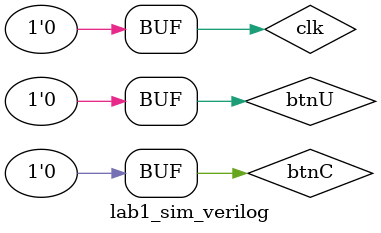
<source format=v>
`timescale 1ns / 1ps

module lab1_sim_verilog();

    reg clk, btnU, btnC;
    wire dp; 
    wire [15:0] led;	
    wire [7:0] anode;	
    wire [6:0] cathode;
    
    Top uut (.clk(clk), .btnU(btnU), .btnC(btnC), .led(led), .dp(dp), .anode(anode), .cathode(cathode));
    //Clock_Enable uut (.clk(clk), .btnU(btnU), .btnC(btnC), .enable(enable));
    
    initial begin
        clk = 0;
        btnU = 0;
        btnC = 0;
        #1000000; //1ms delay
        //press btnC for pause, hold for 1ms
        btnU = 0;   
        btnC = 1;
        #1000000; //1ms delay
        //Release btnC, wait 1ms
        btnU = 0;   
        btnC = 0;
        #1000000; //1ms delay
        //press btnU for speed up, wait 5ms
        btnU = 1;   
        btnC = 0;
        #5000000; //5ms delay
        //Release and reset all buttons
        btnU = 0;   
        btnC = 0;
    end
    
    always begin
    //100MHz clock
        clk = 1;
        #5;
        clk = 0;
        #5;
    end

endmodule

</source>
